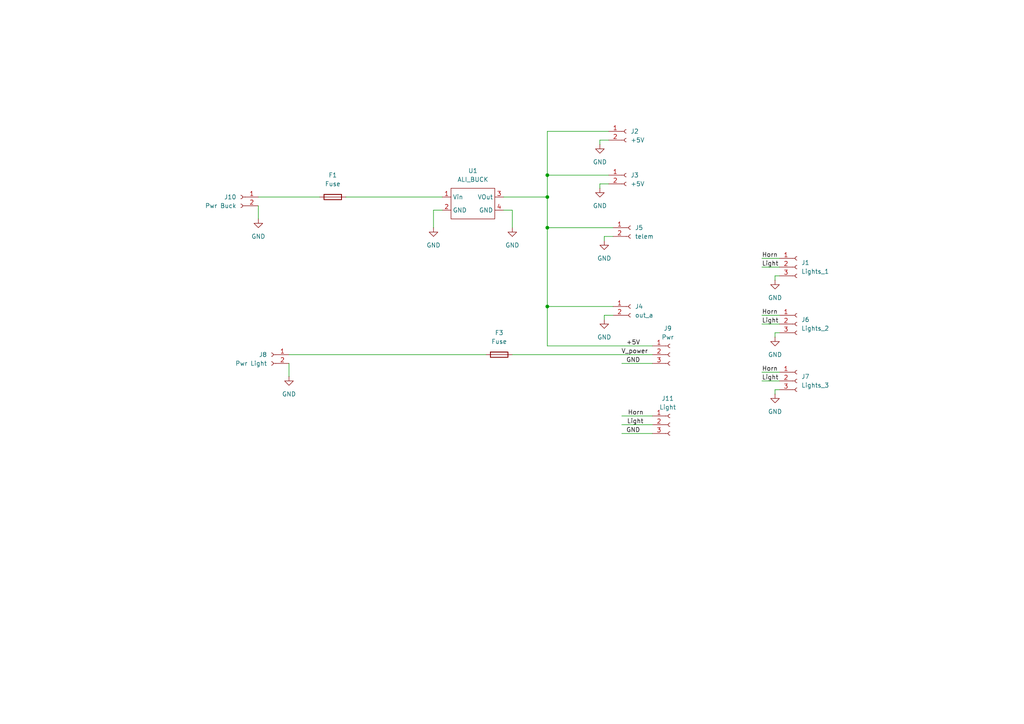
<source format=kicad_sch>
(kicad_sch (version 20231120) (generator "eeschema") (generator_version "8.0")
  (paper "A4")
  (lib_symbols
    (symbol "CJS_Symbols:Ali_Buck_Conv"
      (property "Reference" "B" (at 4.318 1.016 0))
      (symbol "Ali_Buck_Conv_1_1"
        (rectangle (start 0 0) (end 12.7 -8.89))
        (pin power_in line (at -2.54 -2.54 0) (length 2.54) (name "Vin") (number "1"))
        (pin power_in line (at -2.54 -6.35 0) (length 2.54) (name "GND") (number "2"))
        (pin power_out line (at 15.24 -2.54 180) (length 2.54) (name "VOut") (number "3"))
        (pin power_out line (at 15.24 -6.35 180) (length 2.54) (name "GND") (number "4"))
      )
    )
    (symbol "Connector:Conn_01x02_Socket" (pin_names (offset 1.016) hide)
      (property "Reference" "J" (at 0 2.54 0))
      (property "Value" "Conn_01x02_Socket" (at 0 -5.08 0))
      (symbol "Conn_01x02_Socket_1_1"
        (arc (start 0 -2.032) (mid -0.5058 -2.54) (end 0 -3.048) (stroke (width 0.1524)))
        (polyline (pts (xy -1.27 -2.54) (xy -0.508 -2.54)) (stroke (width 0.1524)))
        (polyline (pts (xy -1.27 0) (xy -0.508 0)) (stroke (width 0.1524)))
        (arc (start 0 0.508) (mid -0.5058 0) (end 0 -0.508) (stroke (width 0.1524)))
        (pin passive line (at -5.08 0 0) (length 3.81) (name "Pin_1") (number "1"))
        (pin passive line (at -5.08 -2.54 0) (length 3.81) (name "Pin_2") (number "2"))
      )
    )
    (symbol "Connector:Conn_01x03_Socket" (pin_names (offset 1.016) hide)
      (property "Reference" "J" (at 0 5.08 0))
      (property "Value" "Conn_01x03_Socket" (at 0 -5.08 0))
      (symbol "Conn_01x03_Socket_1_1"
        (arc (start 0 -2.032) (mid -0.5058 -2.54) (end 0 -3.048) (stroke (width 0.1524)))
        (polyline (pts (xy -1.27 -2.54) (xy -0.508 -2.54)) (stroke (width 0.1524)))
        (polyline (pts (xy -1.27 0) (xy -0.508 0)) (stroke (width 0.1524)))
        (polyline (pts (xy -1.27 2.54) (xy -0.508 2.54)) (stroke (width 0.1524)))
        (arc (start 0 0.508) (mid -0.5058 0) (end 0 -0.508) (stroke (width 0.1524)))
        (arc (start 0 3.048) (mid -0.5058 2.54) (end 0 2.032) (stroke (width 0.1524)))
        (pin passive line (at -5.08 2.54 0) (length 3.81) (name "Pin_1") (number "1"))
        (pin passive line (at -5.08 0 0) (length 3.81) (name "Pin_2") (number "2"))
        (pin passive line (at -5.08 -2.54 0) (length 3.81) (name "Pin_3") (number "3"))
      )
    )
    (symbol "Device:Fuse" (pin_numbers hide) (pin_names (offset 0))
      (property "Reference" "F" (at 2.032 0 90))
      (property "Value" "Fuse" (at -1.905 0 90))
      (symbol "Fuse_0_1"
        (rectangle (start -0.762 -2.54) (end 0.762 2.54) (stroke (width 0.254)))
        (polyline (pts (xy 0 2.54) (xy 0 -2.54)))
      )
      (symbol "Fuse_1_1"
        (pin passive line (at 0 3.81 270) (length 1.27) (name "~") (number "1"))
        (pin passive line (at 0 -3.81 90) (length 1.27) (name "~") (number "2"))
      )
    )
    (symbol "power:GND" (power) (pin_numbers hide) (pin_names (offset 0) hide)
      (property "Value" "GND" (at 0 -3.81 0))
      (symbol "GND_0_1"
        (polyline (pts (xy 0 0) (xy 0 -1.27) (xy 1.27 -1.27) (xy 0 -2.54) (xy -1.27 -1.27) (xy 0 -1.27)))
      )
      (symbol "GND_1_1"
        (pin power_in line (at 0 0 270) (length 0) (name "~") (number "1"))
      )
    )
  )
  (junction (at 158.75 88.9))
  (junction (at 158.75 57.15))
  (junction (at 158.75 50.8))
  (junction (at 158.75 66.04))
  (wire (pts (xy 224.79 81.28) (xy 224.79 80.01)))
  (wire (pts (xy 177.8 66.04) (xy 158.75 66.04)))
  (wire (pts (xy 224.79 80.01) (xy 226.06 80.01)))
  (wire (pts (xy 148.59 60.96) (xy 148.59 66.04)))
  (wire (pts (xy 158.75 100.33) (xy 189.23 100.33)))
  (wire (pts (xy 180.34 105.41) (xy 189.23 105.41)))
  (wire (pts (xy 175.26 91.44) (xy 177.8 91.44)))
  (wire (pts (xy 176.53 50.8) (xy 158.75 50.8)))
  (wire (pts (xy 224.79 97.79) (xy 224.79 96.52)))
  (wire (pts (xy 83.82 102.87) (xy 140.97 102.87)))
  (wire (pts (xy 146.05 57.15) (xy 158.75 57.15)))
  (wire (pts (xy 74.93 57.15) (xy 92.71 57.15)))
  (wire (pts (xy 173.99 40.64) (xy 176.53 40.64)))
  (wire (pts (xy 220.98 110.49) (xy 226.06 110.49)))
  (wire (pts (xy 220.98 93.98) (xy 226.06 93.98)))
  (wire (pts (xy 74.93 59.69) (xy 74.93 63.5)))
  (wire (pts (xy 175.26 69.85) (xy 175.26 68.58)))
  (wire (pts (xy 158.75 57.15) (xy 158.75 66.04)))
  (wire (pts (xy 175.26 92.71) (xy 175.26 91.44)))
  (wire (pts (xy 220.98 74.93) (xy 226.06 74.93)))
  (wire (pts (xy 180.34 123.19) (xy 189.23 123.19)))
  (wire (pts (xy 173.99 53.34) (xy 176.53 53.34)))
  (wire (pts (xy 100.33 57.15) (xy 128.27 57.15)))
  (wire (pts (xy 146.05 60.96) (xy 148.59 60.96)))
  (wire (pts (xy 176.53 38.1) (xy 158.75 38.1)))
  (wire (pts (xy 175.26 68.58) (xy 177.8 68.58)))
  (wire (pts (xy 148.59 102.87) (xy 189.23 102.87)))
  (wire (pts (xy 220.98 77.47) (xy 226.06 77.47)))
  (wire (pts (xy 224.79 96.52) (xy 226.06 96.52)))
  (wire (pts (xy 180.34 120.65) (xy 189.23 120.65)))
  (wire (pts (xy 173.99 41.91) (xy 173.99 40.64)))
  (wire (pts (xy 180.34 125.73) (xy 189.23 125.73)))
  (wire (pts (xy 173.99 54.61) (xy 173.99 53.34)))
  (wire (pts (xy 158.75 38.1) (xy 158.75 50.8)))
  (wire (pts (xy 83.82 105.41) (xy 83.82 109.22)))
  (wire (pts (xy 224.79 113.03) (xy 226.06 113.03)))
  (wire (pts (xy 125.73 66.04) (xy 125.73 60.96)))
  (wire (pts (xy 158.75 88.9) (xy 158.75 100.33)))
  (wire (pts (xy 177.8 88.9) (xy 158.75 88.9)))
  (wire (pts (xy 125.73 60.96) (xy 128.27 60.96)))
  (wire (pts (xy 158.75 50.8) (xy 158.75 57.15)))
  (wire (pts (xy 220.98 107.95) (xy 226.06 107.95)))
  (wire (pts (xy 158.75 66.04) (xy 158.75 88.9)))
  (wire (pts (xy 224.79 114.3) (xy 224.79 113.03)))
  (wire (pts (xy 220.98 91.44) (xy 226.06 91.44)))
  (label "Horn" (at 186.69 120.65 180))
  (label "Horn" (at 220.98 91.44 0))
  (label "Light" (at 220.98 77.47 0))
  (label "Light" (at 186.69 123.19 180))
  (label "Horn" (at 220.98 74.93 0))
  (label "Light" (at 220.98 93.98 0))
  (label "GND" (at 181.61 105.41 0))
  (label "Horn" (at 220.98 107.95 0))
  (label "GND" (at 181.61 125.73 0))
  (label "+5V" (at 181.61 100.33 0))
  (label "Light" (at 220.98 110.49 0))
  (label "V_power" (at 187.96 102.87 180))
  (symbol (lib_id "CJS_Symbols:Ali_Buck_Conv") (at 130.81 54.61 0) (unit 1)
    (property "Reference" "U1" (at 137.16 49.53 0))
    (property "Value" "ALI_BUCK" (at 137.16 52.07 0))
    (property "Footprint" "Module:Ali Voltage Regulator" (effects (hide yes)))
  )
  (symbol (lib_id "Connector:Conn_01x03_Socket") (at 231.14 77.47 0) (unit 1)
    (property "Reference" "J1" (at 232.41 76.1999 0) (effects (justify left)))
    (property "Value" "Lights_1" (at 232.41 78.7399 0) (effects (justify left)))
    (property "Footprint" "Connector_JST:JST_XH_B3B-XH-A_1x03_P2.50mm_Vertical" (effects (hide yes)))
    (property "Description" "Generic connector, single row, 01x03, script generated" (effects (hide yes)))
  )
  (symbol (lib_id "Connector:Conn_01x02_Socket") (at 182.88 66.04 0) (unit 1)
    (property "Reference" "J5" (at 184.15 66.0399 0) (effects (justify left)))
    (property "Value" "telem" (at 184.15 68.5799 0) (effects (justify left)))
    (property "Footprint" "Connector_JST:JST_XH_B2B-XH-A_1x02_P2.50mm_Vertical" (effects (hide yes)))
    (property "Description" "Generic connector, single row, 01x02, script generated" (effects (hide yes)))
  )
  (symbol (lib_id "Connector:Conn_01x03_Socket") (at 231.14 110.49 0) (unit 1)
    (property "Reference" "J7" (at 232.41 109.2199 0) (effects (justify left)))
    (property "Value" "Lights_3" (at 232.41 111.7599 0) (effects (justify left)))
    (property "Footprint" "Connector_JST:JST_XH_B3B-XH-A_1x03_P2.50mm_Vertical" (effects (hide yes)))
    (property "Description" "Generic connector, single row, 01x03, script generated" (effects (hide yes)))
  )
  (symbol (lib_id "Connector:Conn_01x03_Socket") (at 194.31 123.19 0) (unit 1)
    (property "Reference" "J11" (at 193.675 115.57 0))
    (property "Value" "Light" (at 193.675 118.11 0))
    (property "Footprint" "Connector_JST:JST_VH_B3P-VH_1x03_P3.96mm_Vertical" (effects (hide yes)))
    (property "Description" "Generic connector, single row, 01x03, script generated" (effects (hide yes)))
  )
  (symbol (lib_id "power:GND") (at 83.82 109.22 0) (unit 1)
    (property "Reference" "#PWR012" (effects (hide yes)))
    (property "Value" "GND" (at 83.82 114.3 0))
    (property "Description" "Power symbol creates a global label with name \"GND\" , ground" (effects (hide yes)))
  )
  (symbol (lib_id "power:GND") (at 173.99 54.61 0) (unit 1)
    (property "Reference" "#PWR07" (effects (hide yes)))
    (property "Value" "GND" (at 173.99 59.69 0))
    (property "Description" "Power symbol creates a global label with name \"GND\" , ground" (effects (hide yes)))
  )
  (symbol (lib_id "power:GND") (at 74.93 63.5 0) (unit 1)
    (property "Reference" "#PWR014" (effects (hide yes)))
    (property "Value" "GND" (at 74.93 68.58 0))
    (property "Description" "Power symbol creates a global label with name \"GND\" , ground" (effects (hide yes)))
  )
  (symbol (lib_id "power:GND") (at 224.79 114.3 0) (unit 1)
    (property "Reference" "#PWR011" (effects (hide yes)))
    (property "Value" "GND" (at 224.79 119.38 0))
    (property "Description" "Power symbol creates a global label with name \"GND\" , ground" (effects (hide yes)))
  )
  (symbol (lib_id "Device:Fuse") (at 144.78 102.87 270) (unit 1)
    (property "Reference" "F3" (at 144.78 96.52 90))
    (property "Value" "Fuse" (at 144.78 99.06 90))
    (property "Footprint" "Fuse:Fuse_20mm_Holder" (effects (hide yes)))
    (property "Description" "Fuse" (effects (hide yes)))
  )
  (symbol (lib_id "Connector:Conn_01x02_Socket") (at 182.88 88.9 0) (unit 1)
    (property "Reference" "J4" (at 184.15 88.8999 0) (effects (justify left)))
    (property "Value" "out_a" (at 184.15 91.4399 0) (effects (justify left)))
    (property "Footprint" "Connector_JST:JST_XH_B2B-XH-A_1x02_P2.50mm_Vertical" (effects (hide yes)))
    (property "Description" "Generic connector, single row, 01x02, script generated" (effects (hide yes)))
  )
  (symbol (lib_id "power:GND") (at 175.26 92.71 0) (unit 1)
    (property "Reference" "#PWR08" (effects (hide yes)))
    (property "Value" "GND" (at 175.26 97.79 0))
    (property "Description" "Power symbol creates a global label with name \"GND\" , ground" (effects (hide yes)))
  )
  (symbol (lib_id "Connector:Conn_01x03_Socket") (at 194.31 102.87 0) (unit 1)
    (property "Reference" "J9" (at 193.675 95.25 0))
    (property "Value" "Pwr" (at 193.675 97.79 0))
    (property "Footprint" "Connector_JST:JST_VH_B3P-VH_1x03_P3.96mm_Vertical" (effects (hide yes)))
    (property "Description" "Generic connector, single row, 01x03, script generated" (effects (hide yes)))
  )
  (symbol (lib_id "Connector:Conn_01x03_Socket") (at 231.14 93.98 0) (unit 1)
    (property "Reference" "J6" (at 232.41 92.7099 0) (effects (justify left)))
    (property "Value" "Lights_2" (at 232.41 95.2499 0) (effects (justify left)))
    (property "Footprint" "Connector_JST:JST_XH_B3B-XH-A_1x03_P2.50mm_Vertical" (effects (hide yes)))
    (property "Description" "Generic connector, single row, 01x03, script generated" (effects (hide yes)))
  )
  (symbol (lib_id "Connector:Conn_01x02_Socket") (at 69.85 57.15 0) (mirror y) (unit 1)
    (property "Reference" "J10" (at 68.58 57.1499 0) (effects (justify left)))
    (property "Value" "Pwr Buck" (at 68.58 59.6899 0) (effects (justify left)))
    (property "Footprint" "Connector_Molex:Molex_KK-396_5273-02A_1x02_P3.96mm_Vertical" (effects (hide yes)))
    (property "Description" "Generic connector, single row, 01x02, script generated" (effects (hide yes)))
  )
  (symbol (lib_id "power:GND") (at 224.79 97.79 0) (unit 1)
    (property "Reference" "#PWR010" (effects (hide yes)))
    (property "Value" "GND" (at 224.79 102.87 0))
    (property "Description" "Power symbol creates a global label with name \"GND\" , ground" (effects (hide yes)))
  )
  (symbol (lib_id "power:GND") (at 148.59 66.04 0) (unit 1)
    (property "Reference" "#PWR02" (effects (hide yes)))
    (property "Value" "GND" (at 148.59 71.12 0))
    (property "Description" "Power symbol creates a global label with name \"GND\" , ground" (effects (hide yes)))
  )
  (symbol (lib_id "Connector:Conn_01x02_Socket") (at 181.61 38.1 0) (unit 1)
    (property "Reference" "J2" (at 182.88 38.0999 0) (effects (justify left)))
    (property "Value" "+5V" (at 182.88 40.6399 0) (effects (justify left)))
    (property "Footprint" "Connector_Molex:Molex_KK-396_5273-02A_1x02_P3.96mm_Vertical" (effects (hide yes)))
    (property "Description" "Generic connector, single row, 01x02, script generated" (effects (hide yes)))
  )
  (symbol (lib_id "Device:Fuse") (at 96.52 57.15 270) (unit 1)
    (property "Reference" "F1" (at 96.52 50.8 90))
    (property "Value" "Fuse" (at 96.52 53.34 90))
    (property "Footprint" "Fuse:Fuse_20mm_Holder" (effects (hide yes)))
    (property "Description" "Fuse" (effects (hide yes)))
  )
  (symbol (lib_id "power:GND") (at 125.73 66.04 0) (unit 1)
    (property "Reference" "#PWR05" (effects (hide yes)))
    (property "Value" "GND" (at 125.73 71.12 0))
    (property "Description" "Power symbol creates a global label with name \"GND\" , ground" (effects (hide yes)))
  )
  (symbol (lib_id "power:GND") (at 175.26 69.85 0) (unit 1)
    (property "Reference" "#PWR09" (effects (hide yes)))
    (property "Value" "GND" (at 175.26 74.93 0))
    (property "Description" "Power symbol creates a global label with name \"GND\" , ground" (effects (hide yes)))
  )
  (symbol (lib_id "power:GND") (at 173.99 41.91 0) (unit 1)
    (property "Reference" "#PWR06" (effects (hide yes)))
    (property "Value" "GND" (at 173.99 46.99 0))
    (property "Description" "Power symbol creates a global label with name \"GND\" , ground" (effects (hide yes)))
  )
  (symbol (lib_id "power:GND") (at 224.79 81.28 0) (unit 1)
    (property "Reference" "#PWR01" (effects (hide yes)))
    (property "Value" "GND" (at 224.79 86.36 0))
    (property "Description" "Power symbol creates a global label with name \"GND\" , ground" (effects (hide yes)))
  )
  (symbol (lib_id "Connector:Conn_01x02_Socket") (at 181.61 50.8 0) (unit 1)
    (property "Reference" "J3" (at 182.88 50.7999 0) (effects (justify left)))
    (property "Value" "+5V" (at 182.88 53.3399 0) (effects (justify left)))
    (property "Footprint" "Connector_Molex:Molex_KK-396_5273-02A_1x02_P3.96mm_Vertical" (effects (hide yes)))
    (property "Description" "Generic connector, single row, 01x02, script generated" (effects (hide yes)))
  )
  (symbol (lib_id "Connector:Conn_01x02_Socket") (at 78.74 102.87 0) (mirror y) (unit 1)
    (property "Reference" "J8" (at 77.47 102.8699 0) (effects (justify left)))
    (property "Value" "Pwr Light" (at 77.47 105.4099 0) (effects (justify left)))
    (property "Footprint" "Connector_Molex:Molex_KK-396_5273-02A_1x02_P3.96mm_Vertical" (effects (hide yes)))
    (property "Description" "Generic connector, single row, 01x02, script generated" (effects (hide yes)))
  )
)
</source>
